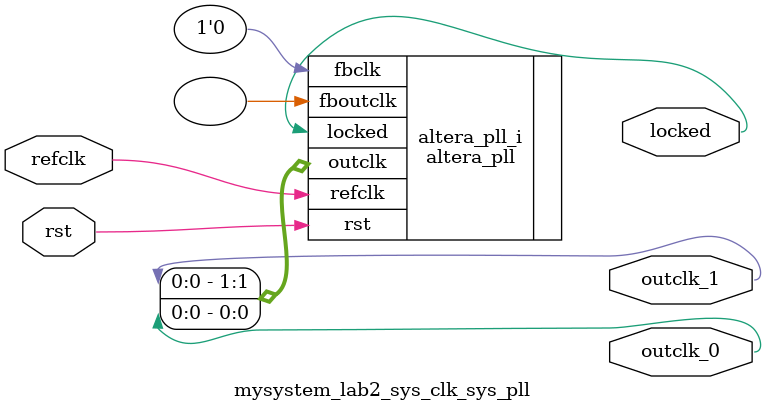
<source format=v>
`timescale 1ns/10ps
module  mysystem_lab2_sys_clk_sys_pll(

	// interface 'refclk'
	input wire refclk,

	// interface 'reset'
	input wire rst,

	// interface 'outclk0'
	output wire outclk_0,

	// interface 'outclk1'
	output wire outclk_1,

	// interface 'locked'
	output wire locked
);

	altera_pll #(
		.fractional_vco_multiplier("false"),
		.reference_clock_frequency("50.0 MHz"),
		.operation_mode("direct"),
		.number_of_clocks(2),
		.output_clock_frequency0("50.000000 MHz"),
		.phase_shift0("0 ps"),
		.duty_cycle0(50),
		.output_clock_frequency1("50.000000 MHz"),
		.phase_shift1("-3000 ps"),
		.duty_cycle1(50),
		.output_clock_frequency2("0 MHz"),
		.phase_shift2("0 ps"),
		.duty_cycle2(50),
		.output_clock_frequency3("0 MHz"),
		.phase_shift3("0 ps"),
		.duty_cycle3(50),
		.output_clock_frequency4("0 MHz"),
		.phase_shift4("0 ps"),
		.duty_cycle4(50),
		.output_clock_frequency5("0 MHz"),
		.phase_shift5("0 ps"),
		.duty_cycle5(50),
		.output_clock_frequency6("0 MHz"),
		.phase_shift6("0 ps"),
		.duty_cycle6(50),
		.output_clock_frequency7("0 MHz"),
		.phase_shift7("0 ps"),
		.duty_cycle7(50),
		.output_clock_frequency8("0 MHz"),
		.phase_shift8("0 ps"),
		.duty_cycle8(50),
		.output_clock_frequency9("0 MHz"),
		.phase_shift9("0 ps"),
		.duty_cycle9(50),
		.output_clock_frequency10("0 MHz"),
		.phase_shift10("0 ps"),
		.duty_cycle10(50),
		.output_clock_frequency11("0 MHz"),
		.phase_shift11("0 ps"),
		.duty_cycle11(50),
		.output_clock_frequency12("0 MHz"),
		.phase_shift12("0 ps"),
		.duty_cycle12(50),
		.output_clock_frequency13("0 MHz"),
		.phase_shift13("0 ps"),
		.duty_cycle13(50),
		.output_clock_frequency14("0 MHz"),
		.phase_shift14("0 ps"),
		.duty_cycle14(50),
		.output_clock_frequency15("0 MHz"),
		.phase_shift15("0 ps"),
		.duty_cycle15(50),
		.output_clock_frequency16("0 MHz"),
		.phase_shift16("0 ps"),
		.duty_cycle16(50),
		.output_clock_frequency17("0 MHz"),
		.phase_shift17("0 ps"),
		.duty_cycle17(50),
		.pll_type("General"),
		.pll_subtype("General")
	) altera_pll_i (
		.rst	(rst),
		.outclk	({outclk_1, outclk_0}),
		.locked	(locked),
		.fboutclk	( ),
		.fbclk	(1'b0),
		.refclk	(refclk)
	);
endmodule


</source>
